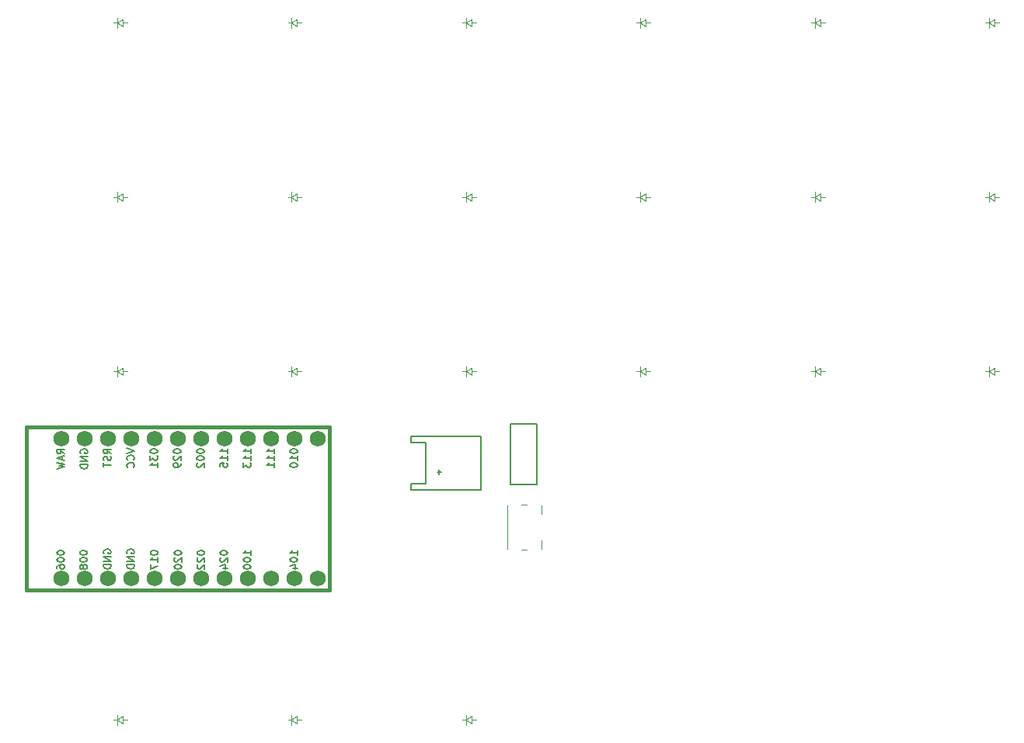
<source format=gbr>
%TF.GenerationSoftware,KiCad,Pcbnew,9.0.4*%
%TF.CreationDate,2025-09-30T09:08:11+02:00*%
%TF.ProjectId,right,72696768-742e-46b6-9963-61645f706362,v1.0.0*%
%TF.SameCoordinates,Original*%
%TF.FileFunction,Legend,Bot*%
%TF.FilePolarity,Positive*%
%FSLAX46Y46*%
G04 Gerber Fmt 4.6, Leading zero omitted, Abs format (unit mm)*
G04 Created by KiCad (PCBNEW 9.0.4) date 2025-09-30 09:08:11*
%MOMM*%
%LPD*%
G01*
G04 APERTURE LIST*
%ADD10C,0.150000*%
%ADD11C,0.100000*%
%ADD12C,0.381000*%
%ADD13C,0.120000*%
%ADD14C,1.752600*%
G04 APERTURE END LIST*
D10*
X95892295Y-125973904D02*
X95511342Y-125707237D01*
X95892295Y-125516761D02*
X95092295Y-125516761D01*
X95092295Y-125516761D02*
X95092295Y-125821523D01*
X95092295Y-125821523D02*
X95130390Y-125897713D01*
X95130390Y-125897713D02*
X95168485Y-125935808D01*
X95168485Y-125935808D02*
X95244676Y-125973904D01*
X95244676Y-125973904D02*
X95358961Y-125973904D01*
X95358961Y-125973904D02*
X95435152Y-125935808D01*
X95435152Y-125935808D02*
X95473247Y-125897713D01*
X95473247Y-125897713D02*
X95511342Y-125821523D01*
X95511342Y-125821523D02*
X95511342Y-125516761D01*
X95663723Y-126278665D02*
X95663723Y-126659618D01*
X95892295Y-126202475D02*
X95092295Y-126469142D01*
X95092295Y-126469142D02*
X95892295Y-126735808D01*
X95092295Y-126926284D02*
X95892295Y-127116760D01*
X95892295Y-127116760D02*
X95320866Y-127269141D01*
X95320866Y-127269141D02*
X95892295Y-127421522D01*
X95892295Y-127421522D02*
X95092295Y-127611999D01*
X97670390Y-125935809D02*
X97632295Y-125859619D01*
X97632295Y-125859619D02*
X97632295Y-125745333D01*
X97632295Y-125745333D02*
X97670390Y-125631047D01*
X97670390Y-125631047D02*
X97746580Y-125554857D01*
X97746580Y-125554857D02*
X97822771Y-125516762D01*
X97822771Y-125516762D02*
X97975152Y-125478666D01*
X97975152Y-125478666D02*
X98089438Y-125478666D01*
X98089438Y-125478666D02*
X98241819Y-125516762D01*
X98241819Y-125516762D02*
X98318009Y-125554857D01*
X98318009Y-125554857D02*
X98394200Y-125631047D01*
X98394200Y-125631047D02*
X98432295Y-125745333D01*
X98432295Y-125745333D02*
X98432295Y-125821524D01*
X98432295Y-125821524D02*
X98394200Y-125935809D01*
X98394200Y-125935809D02*
X98356104Y-125973905D01*
X98356104Y-125973905D02*
X98089438Y-125973905D01*
X98089438Y-125973905D02*
X98089438Y-125821524D01*
X98432295Y-126316762D02*
X97632295Y-126316762D01*
X97632295Y-126316762D02*
X98432295Y-126773905D01*
X98432295Y-126773905D02*
X97632295Y-126773905D01*
X98432295Y-127154857D02*
X97632295Y-127154857D01*
X97632295Y-127154857D02*
X97632295Y-127345333D01*
X97632295Y-127345333D02*
X97670390Y-127459619D01*
X97670390Y-127459619D02*
X97746580Y-127535809D01*
X97746580Y-127535809D02*
X97822771Y-127573904D01*
X97822771Y-127573904D02*
X97975152Y-127612000D01*
X97975152Y-127612000D02*
X98089438Y-127612000D01*
X98089438Y-127612000D02*
X98241819Y-127573904D01*
X98241819Y-127573904D02*
X98318009Y-127535809D01*
X98318009Y-127535809D02*
X98394200Y-127459619D01*
X98394200Y-127459619D02*
X98432295Y-127345333D01*
X98432295Y-127345333D02*
X98432295Y-127154857D01*
X100972295Y-125973905D02*
X100591342Y-125707238D01*
X100972295Y-125516762D02*
X100172295Y-125516762D01*
X100172295Y-125516762D02*
X100172295Y-125821524D01*
X100172295Y-125821524D02*
X100210390Y-125897714D01*
X100210390Y-125897714D02*
X100248485Y-125935809D01*
X100248485Y-125935809D02*
X100324676Y-125973905D01*
X100324676Y-125973905D02*
X100438961Y-125973905D01*
X100438961Y-125973905D02*
X100515152Y-125935809D01*
X100515152Y-125935809D02*
X100553247Y-125897714D01*
X100553247Y-125897714D02*
X100591342Y-125821524D01*
X100591342Y-125821524D02*
X100591342Y-125516762D01*
X100934200Y-126278666D02*
X100972295Y-126392952D01*
X100972295Y-126392952D02*
X100972295Y-126583428D01*
X100972295Y-126583428D02*
X100934200Y-126659619D01*
X100934200Y-126659619D02*
X100896104Y-126697714D01*
X100896104Y-126697714D02*
X100819914Y-126735809D01*
X100819914Y-126735809D02*
X100743723Y-126735809D01*
X100743723Y-126735809D02*
X100667533Y-126697714D01*
X100667533Y-126697714D02*
X100629438Y-126659619D01*
X100629438Y-126659619D02*
X100591342Y-126583428D01*
X100591342Y-126583428D02*
X100553247Y-126431047D01*
X100553247Y-126431047D02*
X100515152Y-126354857D01*
X100515152Y-126354857D02*
X100477057Y-126316762D01*
X100477057Y-126316762D02*
X100400866Y-126278666D01*
X100400866Y-126278666D02*
X100324676Y-126278666D01*
X100324676Y-126278666D02*
X100248485Y-126316762D01*
X100248485Y-126316762D02*
X100210390Y-126354857D01*
X100210390Y-126354857D02*
X100172295Y-126431047D01*
X100172295Y-126431047D02*
X100172295Y-126621524D01*
X100172295Y-126621524D02*
X100210390Y-126735809D01*
X100172295Y-126964381D02*
X100172295Y-127421524D01*
X100972295Y-127192952D02*
X100172295Y-127192952D01*
X102712295Y-125396142D02*
X103512295Y-125662809D01*
X103512295Y-125662809D02*
X102712295Y-125929475D01*
X103436104Y-126653285D02*
X103474200Y-126615189D01*
X103474200Y-126615189D02*
X103512295Y-126500904D01*
X103512295Y-126500904D02*
X103512295Y-126424713D01*
X103512295Y-126424713D02*
X103474200Y-126310427D01*
X103474200Y-126310427D02*
X103398009Y-126234237D01*
X103398009Y-126234237D02*
X103321819Y-126196142D01*
X103321819Y-126196142D02*
X103169438Y-126158046D01*
X103169438Y-126158046D02*
X103055152Y-126158046D01*
X103055152Y-126158046D02*
X102902771Y-126196142D01*
X102902771Y-126196142D02*
X102826580Y-126234237D01*
X102826580Y-126234237D02*
X102750390Y-126310427D01*
X102750390Y-126310427D02*
X102712295Y-126424713D01*
X102712295Y-126424713D02*
X102712295Y-126500904D01*
X102712295Y-126500904D02*
X102750390Y-126615189D01*
X102750390Y-126615189D02*
X102788485Y-126653285D01*
X103436104Y-127453285D02*
X103474200Y-127415189D01*
X103474200Y-127415189D02*
X103512295Y-127300904D01*
X103512295Y-127300904D02*
X103512295Y-127224713D01*
X103512295Y-127224713D02*
X103474200Y-127110427D01*
X103474200Y-127110427D02*
X103398009Y-127034237D01*
X103398009Y-127034237D02*
X103321819Y-126996142D01*
X103321819Y-126996142D02*
X103169438Y-126958046D01*
X103169438Y-126958046D02*
X103055152Y-126958046D01*
X103055152Y-126958046D02*
X102902771Y-126996142D01*
X102902771Y-126996142D02*
X102826580Y-127034237D01*
X102826580Y-127034237D02*
X102750390Y-127110427D01*
X102750390Y-127110427D02*
X102712295Y-127224713D01*
X102712295Y-127224713D02*
X102712295Y-127300904D01*
X102712295Y-127300904D02*
X102750390Y-127415189D01*
X102750390Y-127415189D02*
X102788485Y-127453285D01*
X105252295Y-125662809D02*
X105252295Y-125738999D01*
X105252295Y-125738999D02*
X105290390Y-125815190D01*
X105290390Y-125815190D02*
X105328485Y-125853285D01*
X105328485Y-125853285D02*
X105404676Y-125891380D01*
X105404676Y-125891380D02*
X105557057Y-125929475D01*
X105557057Y-125929475D02*
X105747533Y-125929475D01*
X105747533Y-125929475D02*
X105899914Y-125891380D01*
X105899914Y-125891380D02*
X105976104Y-125853285D01*
X105976104Y-125853285D02*
X106014200Y-125815190D01*
X106014200Y-125815190D02*
X106052295Y-125738999D01*
X106052295Y-125738999D02*
X106052295Y-125662809D01*
X106052295Y-125662809D02*
X106014200Y-125586618D01*
X106014200Y-125586618D02*
X105976104Y-125548523D01*
X105976104Y-125548523D02*
X105899914Y-125510428D01*
X105899914Y-125510428D02*
X105747533Y-125472332D01*
X105747533Y-125472332D02*
X105557057Y-125472332D01*
X105557057Y-125472332D02*
X105404676Y-125510428D01*
X105404676Y-125510428D02*
X105328485Y-125548523D01*
X105328485Y-125548523D02*
X105290390Y-125586618D01*
X105290390Y-125586618D02*
X105252295Y-125662809D01*
X105252295Y-126196142D02*
X105252295Y-126691380D01*
X105252295Y-126691380D02*
X105557057Y-126424714D01*
X105557057Y-126424714D02*
X105557057Y-126538999D01*
X105557057Y-126538999D02*
X105595152Y-126615190D01*
X105595152Y-126615190D02*
X105633247Y-126653285D01*
X105633247Y-126653285D02*
X105709438Y-126691380D01*
X105709438Y-126691380D02*
X105899914Y-126691380D01*
X105899914Y-126691380D02*
X105976104Y-126653285D01*
X105976104Y-126653285D02*
X106014200Y-126615190D01*
X106014200Y-126615190D02*
X106052295Y-126538999D01*
X106052295Y-126538999D02*
X106052295Y-126310428D01*
X106052295Y-126310428D02*
X106014200Y-126234237D01*
X106014200Y-126234237D02*
X105976104Y-126196142D01*
X106052295Y-127453285D02*
X106052295Y-126996142D01*
X106052295Y-127224714D02*
X105252295Y-127224714D01*
X105252295Y-127224714D02*
X105366580Y-127148523D01*
X105366580Y-127148523D02*
X105442771Y-127072333D01*
X105442771Y-127072333D02*
X105480866Y-126996142D01*
X107792295Y-125662809D02*
X107792295Y-125738999D01*
X107792295Y-125738999D02*
X107830390Y-125815190D01*
X107830390Y-125815190D02*
X107868485Y-125853285D01*
X107868485Y-125853285D02*
X107944676Y-125891380D01*
X107944676Y-125891380D02*
X108097057Y-125929475D01*
X108097057Y-125929475D02*
X108287533Y-125929475D01*
X108287533Y-125929475D02*
X108439914Y-125891380D01*
X108439914Y-125891380D02*
X108516104Y-125853285D01*
X108516104Y-125853285D02*
X108554200Y-125815190D01*
X108554200Y-125815190D02*
X108592295Y-125738999D01*
X108592295Y-125738999D02*
X108592295Y-125662809D01*
X108592295Y-125662809D02*
X108554200Y-125586618D01*
X108554200Y-125586618D02*
X108516104Y-125548523D01*
X108516104Y-125548523D02*
X108439914Y-125510428D01*
X108439914Y-125510428D02*
X108287533Y-125472332D01*
X108287533Y-125472332D02*
X108097057Y-125472332D01*
X108097057Y-125472332D02*
X107944676Y-125510428D01*
X107944676Y-125510428D02*
X107868485Y-125548523D01*
X107868485Y-125548523D02*
X107830390Y-125586618D01*
X107830390Y-125586618D02*
X107792295Y-125662809D01*
X107868485Y-126234237D02*
X107830390Y-126272333D01*
X107830390Y-126272333D02*
X107792295Y-126348523D01*
X107792295Y-126348523D02*
X107792295Y-126538999D01*
X107792295Y-126538999D02*
X107830390Y-126615190D01*
X107830390Y-126615190D02*
X107868485Y-126653285D01*
X107868485Y-126653285D02*
X107944676Y-126691380D01*
X107944676Y-126691380D02*
X108020866Y-126691380D01*
X108020866Y-126691380D02*
X108135152Y-126653285D01*
X108135152Y-126653285D02*
X108592295Y-126196142D01*
X108592295Y-126196142D02*
X108592295Y-126691380D01*
X108592295Y-127072333D02*
X108592295Y-127224714D01*
X108592295Y-127224714D02*
X108554200Y-127300904D01*
X108554200Y-127300904D02*
X108516104Y-127339000D01*
X108516104Y-127339000D02*
X108401819Y-127415190D01*
X108401819Y-127415190D02*
X108249438Y-127453285D01*
X108249438Y-127453285D02*
X107944676Y-127453285D01*
X107944676Y-127453285D02*
X107868485Y-127415190D01*
X107868485Y-127415190D02*
X107830390Y-127377095D01*
X107830390Y-127377095D02*
X107792295Y-127300904D01*
X107792295Y-127300904D02*
X107792295Y-127148523D01*
X107792295Y-127148523D02*
X107830390Y-127072333D01*
X107830390Y-127072333D02*
X107868485Y-127034238D01*
X107868485Y-127034238D02*
X107944676Y-126996142D01*
X107944676Y-126996142D02*
X108135152Y-126996142D01*
X108135152Y-126996142D02*
X108211342Y-127034238D01*
X108211342Y-127034238D02*
X108249438Y-127072333D01*
X108249438Y-127072333D02*
X108287533Y-127148523D01*
X108287533Y-127148523D02*
X108287533Y-127300904D01*
X108287533Y-127300904D02*
X108249438Y-127377095D01*
X108249438Y-127377095D02*
X108211342Y-127415190D01*
X108211342Y-127415190D02*
X108135152Y-127453285D01*
X110332295Y-125662809D02*
X110332295Y-125738999D01*
X110332295Y-125738999D02*
X110370390Y-125815190D01*
X110370390Y-125815190D02*
X110408485Y-125853285D01*
X110408485Y-125853285D02*
X110484676Y-125891380D01*
X110484676Y-125891380D02*
X110637057Y-125929475D01*
X110637057Y-125929475D02*
X110827533Y-125929475D01*
X110827533Y-125929475D02*
X110979914Y-125891380D01*
X110979914Y-125891380D02*
X111056104Y-125853285D01*
X111056104Y-125853285D02*
X111094200Y-125815190D01*
X111094200Y-125815190D02*
X111132295Y-125738999D01*
X111132295Y-125738999D02*
X111132295Y-125662809D01*
X111132295Y-125662809D02*
X111094200Y-125586618D01*
X111094200Y-125586618D02*
X111056104Y-125548523D01*
X111056104Y-125548523D02*
X110979914Y-125510428D01*
X110979914Y-125510428D02*
X110827533Y-125472332D01*
X110827533Y-125472332D02*
X110637057Y-125472332D01*
X110637057Y-125472332D02*
X110484676Y-125510428D01*
X110484676Y-125510428D02*
X110408485Y-125548523D01*
X110408485Y-125548523D02*
X110370390Y-125586618D01*
X110370390Y-125586618D02*
X110332295Y-125662809D01*
X110332295Y-126424714D02*
X110332295Y-126500904D01*
X110332295Y-126500904D02*
X110370390Y-126577095D01*
X110370390Y-126577095D02*
X110408485Y-126615190D01*
X110408485Y-126615190D02*
X110484676Y-126653285D01*
X110484676Y-126653285D02*
X110637057Y-126691380D01*
X110637057Y-126691380D02*
X110827533Y-126691380D01*
X110827533Y-126691380D02*
X110979914Y-126653285D01*
X110979914Y-126653285D02*
X111056104Y-126615190D01*
X111056104Y-126615190D02*
X111094200Y-126577095D01*
X111094200Y-126577095D02*
X111132295Y-126500904D01*
X111132295Y-126500904D02*
X111132295Y-126424714D01*
X111132295Y-126424714D02*
X111094200Y-126348523D01*
X111094200Y-126348523D02*
X111056104Y-126310428D01*
X111056104Y-126310428D02*
X110979914Y-126272333D01*
X110979914Y-126272333D02*
X110827533Y-126234237D01*
X110827533Y-126234237D02*
X110637057Y-126234237D01*
X110637057Y-126234237D02*
X110484676Y-126272333D01*
X110484676Y-126272333D02*
X110408485Y-126310428D01*
X110408485Y-126310428D02*
X110370390Y-126348523D01*
X110370390Y-126348523D02*
X110332295Y-126424714D01*
X110408485Y-126996142D02*
X110370390Y-127034238D01*
X110370390Y-127034238D02*
X110332295Y-127110428D01*
X110332295Y-127110428D02*
X110332295Y-127300904D01*
X110332295Y-127300904D02*
X110370390Y-127377095D01*
X110370390Y-127377095D02*
X110408485Y-127415190D01*
X110408485Y-127415190D02*
X110484676Y-127453285D01*
X110484676Y-127453285D02*
X110560866Y-127453285D01*
X110560866Y-127453285D02*
X110675152Y-127415190D01*
X110675152Y-127415190D02*
X111132295Y-126958047D01*
X111132295Y-126958047D02*
X111132295Y-127453285D01*
X113672295Y-125929475D02*
X113672295Y-125472332D01*
X113672295Y-125700904D02*
X112872295Y-125700904D01*
X112872295Y-125700904D02*
X112986580Y-125624713D01*
X112986580Y-125624713D02*
X113062771Y-125548523D01*
X113062771Y-125548523D02*
X113100866Y-125472332D01*
X113672295Y-126691380D02*
X113672295Y-126234237D01*
X113672295Y-126462809D02*
X112872295Y-126462809D01*
X112872295Y-126462809D02*
X112986580Y-126386618D01*
X112986580Y-126386618D02*
X113062771Y-126310428D01*
X113062771Y-126310428D02*
X113100866Y-126234237D01*
X112872295Y-127415190D02*
X112872295Y-127034238D01*
X112872295Y-127034238D02*
X113253247Y-126996142D01*
X113253247Y-126996142D02*
X113215152Y-127034238D01*
X113215152Y-127034238D02*
X113177057Y-127110428D01*
X113177057Y-127110428D02*
X113177057Y-127300904D01*
X113177057Y-127300904D02*
X113215152Y-127377095D01*
X113215152Y-127377095D02*
X113253247Y-127415190D01*
X113253247Y-127415190D02*
X113329438Y-127453285D01*
X113329438Y-127453285D02*
X113519914Y-127453285D01*
X113519914Y-127453285D02*
X113596104Y-127415190D01*
X113596104Y-127415190D02*
X113634200Y-127377095D01*
X113634200Y-127377095D02*
X113672295Y-127300904D01*
X113672295Y-127300904D02*
X113672295Y-127110428D01*
X113672295Y-127110428D02*
X113634200Y-127034238D01*
X113634200Y-127034238D02*
X113596104Y-126996142D01*
X116212295Y-125929475D02*
X116212295Y-125472332D01*
X116212295Y-125700904D02*
X115412295Y-125700904D01*
X115412295Y-125700904D02*
X115526580Y-125624713D01*
X115526580Y-125624713D02*
X115602771Y-125548523D01*
X115602771Y-125548523D02*
X115640866Y-125472332D01*
X116212295Y-126691380D02*
X116212295Y-126234237D01*
X116212295Y-126462809D02*
X115412295Y-126462809D01*
X115412295Y-126462809D02*
X115526580Y-126386618D01*
X115526580Y-126386618D02*
X115602771Y-126310428D01*
X115602771Y-126310428D02*
X115640866Y-126234237D01*
X115412295Y-126958047D02*
X115412295Y-127453285D01*
X115412295Y-127453285D02*
X115717057Y-127186619D01*
X115717057Y-127186619D02*
X115717057Y-127300904D01*
X115717057Y-127300904D02*
X115755152Y-127377095D01*
X115755152Y-127377095D02*
X115793247Y-127415190D01*
X115793247Y-127415190D02*
X115869438Y-127453285D01*
X115869438Y-127453285D02*
X116059914Y-127453285D01*
X116059914Y-127453285D02*
X116136104Y-127415190D01*
X116136104Y-127415190D02*
X116174200Y-127377095D01*
X116174200Y-127377095D02*
X116212295Y-127300904D01*
X116212295Y-127300904D02*
X116212295Y-127072333D01*
X116212295Y-127072333D02*
X116174200Y-126996142D01*
X116174200Y-126996142D02*
X116136104Y-126958047D01*
X118752295Y-125929475D02*
X118752295Y-125472332D01*
X118752295Y-125700904D02*
X117952295Y-125700904D01*
X117952295Y-125700904D02*
X118066580Y-125624713D01*
X118066580Y-125624713D02*
X118142771Y-125548523D01*
X118142771Y-125548523D02*
X118180866Y-125472332D01*
X118752295Y-126691380D02*
X118752295Y-126234237D01*
X118752295Y-126462809D02*
X117952295Y-126462809D01*
X117952295Y-126462809D02*
X118066580Y-126386618D01*
X118066580Y-126386618D02*
X118142771Y-126310428D01*
X118142771Y-126310428D02*
X118180866Y-126234237D01*
X118752295Y-127453285D02*
X118752295Y-126996142D01*
X118752295Y-127224714D02*
X117952295Y-127224714D01*
X117952295Y-127224714D02*
X118066580Y-127148523D01*
X118066580Y-127148523D02*
X118142771Y-127072333D01*
X118142771Y-127072333D02*
X118180866Y-126996142D01*
X120492295Y-125662809D02*
X120492295Y-125738999D01*
X120492295Y-125738999D02*
X120530390Y-125815190D01*
X120530390Y-125815190D02*
X120568485Y-125853285D01*
X120568485Y-125853285D02*
X120644676Y-125891380D01*
X120644676Y-125891380D02*
X120797057Y-125929475D01*
X120797057Y-125929475D02*
X120987533Y-125929475D01*
X120987533Y-125929475D02*
X121139914Y-125891380D01*
X121139914Y-125891380D02*
X121216104Y-125853285D01*
X121216104Y-125853285D02*
X121254200Y-125815190D01*
X121254200Y-125815190D02*
X121292295Y-125738999D01*
X121292295Y-125738999D02*
X121292295Y-125662809D01*
X121292295Y-125662809D02*
X121254200Y-125586618D01*
X121254200Y-125586618D02*
X121216104Y-125548523D01*
X121216104Y-125548523D02*
X121139914Y-125510428D01*
X121139914Y-125510428D02*
X120987533Y-125472332D01*
X120987533Y-125472332D02*
X120797057Y-125472332D01*
X120797057Y-125472332D02*
X120644676Y-125510428D01*
X120644676Y-125510428D02*
X120568485Y-125548523D01*
X120568485Y-125548523D02*
X120530390Y-125586618D01*
X120530390Y-125586618D02*
X120492295Y-125662809D01*
X121292295Y-126691380D02*
X121292295Y-126234237D01*
X121292295Y-126462809D02*
X120492295Y-126462809D01*
X120492295Y-126462809D02*
X120606580Y-126386618D01*
X120606580Y-126386618D02*
X120682771Y-126310428D01*
X120682771Y-126310428D02*
X120720866Y-126234237D01*
X120492295Y-127186619D02*
X120492295Y-127262809D01*
X120492295Y-127262809D02*
X120530390Y-127339000D01*
X120530390Y-127339000D02*
X120568485Y-127377095D01*
X120568485Y-127377095D02*
X120644676Y-127415190D01*
X120644676Y-127415190D02*
X120797057Y-127453285D01*
X120797057Y-127453285D02*
X120987533Y-127453285D01*
X120987533Y-127453285D02*
X121139914Y-127415190D01*
X121139914Y-127415190D02*
X121216104Y-127377095D01*
X121216104Y-127377095D02*
X121254200Y-127339000D01*
X121254200Y-127339000D02*
X121292295Y-127262809D01*
X121292295Y-127262809D02*
X121292295Y-127186619D01*
X121292295Y-127186619D02*
X121254200Y-127110428D01*
X121254200Y-127110428D02*
X121216104Y-127072333D01*
X121216104Y-127072333D02*
X121139914Y-127034238D01*
X121139914Y-127034238D02*
X120987533Y-126996142D01*
X120987533Y-126996142D02*
X120797057Y-126996142D01*
X120797057Y-126996142D02*
X120644676Y-127034238D01*
X120644676Y-127034238D02*
X120568485Y-127072333D01*
X120568485Y-127072333D02*
X120530390Y-127110428D01*
X120530390Y-127110428D02*
X120492295Y-127186619D01*
X95092295Y-136737190D02*
X95092295Y-136813380D01*
X95092295Y-136813380D02*
X95130390Y-136889571D01*
X95130390Y-136889571D02*
X95168485Y-136927666D01*
X95168485Y-136927666D02*
X95244676Y-136965761D01*
X95244676Y-136965761D02*
X95397057Y-137003856D01*
X95397057Y-137003856D02*
X95587533Y-137003856D01*
X95587533Y-137003856D02*
X95739914Y-136965761D01*
X95739914Y-136965761D02*
X95816104Y-136927666D01*
X95816104Y-136927666D02*
X95854200Y-136889571D01*
X95854200Y-136889571D02*
X95892295Y-136813380D01*
X95892295Y-136813380D02*
X95892295Y-136737190D01*
X95892295Y-136737190D02*
X95854200Y-136660999D01*
X95854200Y-136660999D02*
X95816104Y-136622904D01*
X95816104Y-136622904D02*
X95739914Y-136584809D01*
X95739914Y-136584809D02*
X95587533Y-136546713D01*
X95587533Y-136546713D02*
X95397057Y-136546713D01*
X95397057Y-136546713D02*
X95244676Y-136584809D01*
X95244676Y-136584809D02*
X95168485Y-136622904D01*
X95168485Y-136622904D02*
X95130390Y-136660999D01*
X95130390Y-136660999D02*
X95092295Y-136737190D01*
X95092295Y-137499095D02*
X95092295Y-137575285D01*
X95092295Y-137575285D02*
X95130390Y-137651476D01*
X95130390Y-137651476D02*
X95168485Y-137689571D01*
X95168485Y-137689571D02*
X95244676Y-137727666D01*
X95244676Y-137727666D02*
X95397057Y-137765761D01*
X95397057Y-137765761D02*
X95587533Y-137765761D01*
X95587533Y-137765761D02*
X95739914Y-137727666D01*
X95739914Y-137727666D02*
X95816104Y-137689571D01*
X95816104Y-137689571D02*
X95854200Y-137651476D01*
X95854200Y-137651476D02*
X95892295Y-137575285D01*
X95892295Y-137575285D02*
X95892295Y-137499095D01*
X95892295Y-137499095D02*
X95854200Y-137422904D01*
X95854200Y-137422904D02*
X95816104Y-137384809D01*
X95816104Y-137384809D02*
X95739914Y-137346714D01*
X95739914Y-137346714D02*
X95587533Y-137308618D01*
X95587533Y-137308618D02*
X95397057Y-137308618D01*
X95397057Y-137308618D02*
X95244676Y-137346714D01*
X95244676Y-137346714D02*
X95168485Y-137384809D01*
X95168485Y-137384809D02*
X95130390Y-137422904D01*
X95130390Y-137422904D02*
X95092295Y-137499095D01*
X95092295Y-138451476D02*
X95092295Y-138299095D01*
X95092295Y-138299095D02*
X95130390Y-138222904D01*
X95130390Y-138222904D02*
X95168485Y-138184809D01*
X95168485Y-138184809D02*
X95282771Y-138108619D01*
X95282771Y-138108619D02*
X95435152Y-138070523D01*
X95435152Y-138070523D02*
X95739914Y-138070523D01*
X95739914Y-138070523D02*
X95816104Y-138108619D01*
X95816104Y-138108619D02*
X95854200Y-138146714D01*
X95854200Y-138146714D02*
X95892295Y-138222904D01*
X95892295Y-138222904D02*
X95892295Y-138375285D01*
X95892295Y-138375285D02*
X95854200Y-138451476D01*
X95854200Y-138451476D02*
X95816104Y-138489571D01*
X95816104Y-138489571D02*
X95739914Y-138527666D01*
X95739914Y-138527666D02*
X95549438Y-138527666D01*
X95549438Y-138527666D02*
X95473247Y-138489571D01*
X95473247Y-138489571D02*
X95435152Y-138451476D01*
X95435152Y-138451476D02*
X95397057Y-138375285D01*
X95397057Y-138375285D02*
X95397057Y-138222904D01*
X95397057Y-138222904D02*
X95435152Y-138146714D01*
X95435152Y-138146714D02*
X95473247Y-138108619D01*
X95473247Y-138108619D02*
X95549438Y-138070523D01*
X97562295Y-136737190D02*
X97562295Y-136813380D01*
X97562295Y-136813380D02*
X97600390Y-136889571D01*
X97600390Y-136889571D02*
X97638485Y-136927666D01*
X97638485Y-136927666D02*
X97714676Y-136965761D01*
X97714676Y-136965761D02*
X97867057Y-137003856D01*
X97867057Y-137003856D02*
X98057533Y-137003856D01*
X98057533Y-137003856D02*
X98209914Y-136965761D01*
X98209914Y-136965761D02*
X98286104Y-136927666D01*
X98286104Y-136927666D02*
X98324200Y-136889571D01*
X98324200Y-136889571D02*
X98362295Y-136813380D01*
X98362295Y-136813380D02*
X98362295Y-136737190D01*
X98362295Y-136737190D02*
X98324200Y-136660999D01*
X98324200Y-136660999D02*
X98286104Y-136622904D01*
X98286104Y-136622904D02*
X98209914Y-136584809D01*
X98209914Y-136584809D02*
X98057533Y-136546713D01*
X98057533Y-136546713D02*
X97867057Y-136546713D01*
X97867057Y-136546713D02*
X97714676Y-136584809D01*
X97714676Y-136584809D02*
X97638485Y-136622904D01*
X97638485Y-136622904D02*
X97600390Y-136660999D01*
X97600390Y-136660999D02*
X97562295Y-136737190D01*
X97562295Y-137499095D02*
X97562295Y-137575285D01*
X97562295Y-137575285D02*
X97600390Y-137651476D01*
X97600390Y-137651476D02*
X97638485Y-137689571D01*
X97638485Y-137689571D02*
X97714676Y-137727666D01*
X97714676Y-137727666D02*
X97867057Y-137765761D01*
X97867057Y-137765761D02*
X98057533Y-137765761D01*
X98057533Y-137765761D02*
X98209914Y-137727666D01*
X98209914Y-137727666D02*
X98286104Y-137689571D01*
X98286104Y-137689571D02*
X98324200Y-137651476D01*
X98324200Y-137651476D02*
X98362295Y-137575285D01*
X98362295Y-137575285D02*
X98362295Y-137499095D01*
X98362295Y-137499095D02*
X98324200Y-137422904D01*
X98324200Y-137422904D02*
X98286104Y-137384809D01*
X98286104Y-137384809D02*
X98209914Y-137346714D01*
X98209914Y-137346714D02*
X98057533Y-137308618D01*
X98057533Y-137308618D02*
X97867057Y-137308618D01*
X97867057Y-137308618D02*
X97714676Y-137346714D01*
X97714676Y-137346714D02*
X97638485Y-137384809D01*
X97638485Y-137384809D02*
X97600390Y-137422904D01*
X97600390Y-137422904D02*
X97562295Y-137499095D01*
X97905152Y-138222904D02*
X97867057Y-138146714D01*
X97867057Y-138146714D02*
X97828961Y-138108619D01*
X97828961Y-138108619D02*
X97752771Y-138070523D01*
X97752771Y-138070523D02*
X97714676Y-138070523D01*
X97714676Y-138070523D02*
X97638485Y-138108619D01*
X97638485Y-138108619D02*
X97600390Y-138146714D01*
X97600390Y-138146714D02*
X97562295Y-138222904D01*
X97562295Y-138222904D02*
X97562295Y-138375285D01*
X97562295Y-138375285D02*
X97600390Y-138451476D01*
X97600390Y-138451476D02*
X97638485Y-138489571D01*
X97638485Y-138489571D02*
X97714676Y-138527666D01*
X97714676Y-138527666D02*
X97752771Y-138527666D01*
X97752771Y-138527666D02*
X97828961Y-138489571D01*
X97828961Y-138489571D02*
X97867057Y-138451476D01*
X97867057Y-138451476D02*
X97905152Y-138375285D01*
X97905152Y-138375285D02*
X97905152Y-138222904D01*
X97905152Y-138222904D02*
X97943247Y-138146714D01*
X97943247Y-138146714D02*
X97981342Y-138108619D01*
X97981342Y-138108619D02*
X98057533Y-138070523D01*
X98057533Y-138070523D02*
X98209914Y-138070523D01*
X98209914Y-138070523D02*
X98286104Y-138108619D01*
X98286104Y-138108619D02*
X98324200Y-138146714D01*
X98324200Y-138146714D02*
X98362295Y-138222904D01*
X98362295Y-138222904D02*
X98362295Y-138375285D01*
X98362295Y-138375285D02*
X98324200Y-138451476D01*
X98324200Y-138451476D02*
X98286104Y-138489571D01*
X98286104Y-138489571D02*
X98209914Y-138527666D01*
X98209914Y-138527666D02*
X98057533Y-138527666D01*
X98057533Y-138527666D02*
X97981342Y-138489571D01*
X97981342Y-138489571D02*
X97943247Y-138451476D01*
X97943247Y-138451476D02*
X97905152Y-138375285D01*
X100210390Y-136851476D02*
X100172295Y-136775286D01*
X100172295Y-136775286D02*
X100172295Y-136661000D01*
X100172295Y-136661000D02*
X100210390Y-136546714D01*
X100210390Y-136546714D02*
X100286580Y-136470524D01*
X100286580Y-136470524D02*
X100362771Y-136432429D01*
X100362771Y-136432429D02*
X100515152Y-136394333D01*
X100515152Y-136394333D02*
X100629438Y-136394333D01*
X100629438Y-136394333D02*
X100781819Y-136432429D01*
X100781819Y-136432429D02*
X100858009Y-136470524D01*
X100858009Y-136470524D02*
X100934200Y-136546714D01*
X100934200Y-136546714D02*
X100972295Y-136661000D01*
X100972295Y-136661000D02*
X100972295Y-136737191D01*
X100972295Y-136737191D02*
X100934200Y-136851476D01*
X100934200Y-136851476D02*
X100896104Y-136889572D01*
X100896104Y-136889572D02*
X100629438Y-136889572D01*
X100629438Y-136889572D02*
X100629438Y-136737191D01*
X100972295Y-137232429D02*
X100172295Y-137232429D01*
X100172295Y-137232429D02*
X100972295Y-137689572D01*
X100972295Y-137689572D02*
X100172295Y-137689572D01*
X100972295Y-138070524D02*
X100172295Y-138070524D01*
X100172295Y-138070524D02*
X100172295Y-138261000D01*
X100172295Y-138261000D02*
X100210390Y-138375286D01*
X100210390Y-138375286D02*
X100286580Y-138451476D01*
X100286580Y-138451476D02*
X100362771Y-138489571D01*
X100362771Y-138489571D02*
X100515152Y-138527667D01*
X100515152Y-138527667D02*
X100629438Y-138527667D01*
X100629438Y-138527667D02*
X100781819Y-138489571D01*
X100781819Y-138489571D02*
X100858009Y-138451476D01*
X100858009Y-138451476D02*
X100934200Y-138375286D01*
X100934200Y-138375286D02*
X100972295Y-138261000D01*
X100972295Y-138261000D02*
X100972295Y-138070524D01*
X102750390Y-136851476D02*
X102712295Y-136775286D01*
X102712295Y-136775286D02*
X102712295Y-136661000D01*
X102712295Y-136661000D02*
X102750390Y-136546714D01*
X102750390Y-136546714D02*
X102826580Y-136470524D01*
X102826580Y-136470524D02*
X102902771Y-136432429D01*
X102902771Y-136432429D02*
X103055152Y-136394333D01*
X103055152Y-136394333D02*
X103169438Y-136394333D01*
X103169438Y-136394333D02*
X103321819Y-136432429D01*
X103321819Y-136432429D02*
X103398009Y-136470524D01*
X103398009Y-136470524D02*
X103474200Y-136546714D01*
X103474200Y-136546714D02*
X103512295Y-136661000D01*
X103512295Y-136661000D02*
X103512295Y-136737191D01*
X103512295Y-136737191D02*
X103474200Y-136851476D01*
X103474200Y-136851476D02*
X103436104Y-136889572D01*
X103436104Y-136889572D02*
X103169438Y-136889572D01*
X103169438Y-136889572D02*
X103169438Y-136737191D01*
X103512295Y-137232429D02*
X102712295Y-137232429D01*
X102712295Y-137232429D02*
X103512295Y-137689572D01*
X103512295Y-137689572D02*
X102712295Y-137689572D01*
X103512295Y-138070524D02*
X102712295Y-138070524D01*
X102712295Y-138070524D02*
X102712295Y-138261000D01*
X102712295Y-138261000D02*
X102750390Y-138375286D01*
X102750390Y-138375286D02*
X102826580Y-138451476D01*
X102826580Y-138451476D02*
X102902771Y-138489571D01*
X102902771Y-138489571D02*
X103055152Y-138527667D01*
X103055152Y-138527667D02*
X103169438Y-138527667D01*
X103169438Y-138527667D02*
X103321819Y-138489571D01*
X103321819Y-138489571D02*
X103398009Y-138451476D01*
X103398009Y-138451476D02*
X103474200Y-138375286D01*
X103474200Y-138375286D02*
X103512295Y-138261000D01*
X103512295Y-138261000D02*
X103512295Y-138070524D01*
X105262295Y-136737190D02*
X105262295Y-136813380D01*
X105262295Y-136813380D02*
X105300390Y-136889571D01*
X105300390Y-136889571D02*
X105338485Y-136927666D01*
X105338485Y-136927666D02*
X105414676Y-136965761D01*
X105414676Y-136965761D02*
X105567057Y-137003856D01*
X105567057Y-137003856D02*
X105757533Y-137003856D01*
X105757533Y-137003856D02*
X105909914Y-136965761D01*
X105909914Y-136965761D02*
X105986104Y-136927666D01*
X105986104Y-136927666D02*
X106024200Y-136889571D01*
X106024200Y-136889571D02*
X106062295Y-136813380D01*
X106062295Y-136813380D02*
X106062295Y-136737190D01*
X106062295Y-136737190D02*
X106024200Y-136660999D01*
X106024200Y-136660999D02*
X105986104Y-136622904D01*
X105986104Y-136622904D02*
X105909914Y-136584809D01*
X105909914Y-136584809D02*
X105757533Y-136546713D01*
X105757533Y-136546713D02*
X105567057Y-136546713D01*
X105567057Y-136546713D02*
X105414676Y-136584809D01*
X105414676Y-136584809D02*
X105338485Y-136622904D01*
X105338485Y-136622904D02*
X105300390Y-136660999D01*
X105300390Y-136660999D02*
X105262295Y-136737190D01*
X106062295Y-137765761D02*
X106062295Y-137308618D01*
X106062295Y-137537190D02*
X105262295Y-137537190D01*
X105262295Y-137537190D02*
X105376580Y-137460999D01*
X105376580Y-137460999D02*
X105452771Y-137384809D01*
X105452771Y-137384809D02*
X105490866Y-137308618D01*
X105262295Y-138032428D02*
X105262295Y-138565762D01*
X105262295Y-138565762D02*
X106062295Y-138222904D01*
X107862295Y-136737190D02*
X107862295Y-136813380D01*
X107862295Y-136813380D02*
X107900390Y-136889571D01*
X107900390Y-136889571D02*
X107938485Y-136927666D01*
X107938485Y-136927666D02*
X108014676Y-136965761D01*
X108014676Y-136965761D02*
X108167057Y-137003856D01*
X108167057Y-137003856D02*
X108357533Y-137003856D01*
X108357533Y-137003856D02*
X108509914Y-136965761D01*
X108509914Y-136965761D02*
X108586104Y-136927666D01*
X108586104Y-136927666D02*
X108624200Y-136889571D01*
X108624200Y-136889571D02*
X108662295Y-136813380D01*
X108662295Y-136813380D02*
X108662295Y-136737190D01*
X108662295Y-136737190D02*
X108624200Y-136660999D01*
X108624200Y-136660999D02*
X108586104Y-136622904D01*
X108586104Y-136622904D02*
X108509914Y-136584809D01*
X108509914Y-136584809D02*
X108357533Y-136546713D01*
X108357533Y-136546713D02*
X108167057Y-136546713D01*
X108167057Y-136546713D02*
X108014676Y-136584809D01*
X108014676Y-136584809D02*
X107938485Y-136622904D01*
X107938485Y-136622904D02*
X107900390Y-136660999D01*
X107900390Y-136660999D02*
X107862295Y-136737190D01*
X107938485Y-137308618D02*
X107900390Y-137346714D01*
X107900390Y-137346714D02*
X107862295Y-137422904D01*
X107862295Y-137422904D02*
X107862295Y-137613380D01*
X107862295Y-137613380D02*
X107900390Y-137689571D01*
X107900390Y-137689571D02*
X107938485Y-137727666D01*
X107938485Y-137727666D02*
X108014676Y-137765761D01*
X108014676Y-137765761D02*
X108090866Y-137765761D01*
X108090866Y-137765761D02*
X108205152Y-137727666D01*
X108205152Y-137727666D02*
X108662295Y-137270523D01*
X108662295Y-137270523D02*
X108662295Y-137765761D01*
X107862295Y-138261000D02*
X107862295Y-138337190D01*
X107862295Y-138337190D02*
X107900390Y-138413381D01*
X107900390Y-138413381D02*
X107938485Y-138451476D01*
X107938485Y-138451476D02*
X108014676Y-138489571D01*
X108014676Y-138489571D02*
X108167057Y-138527666D01*
X108167057Y-138527666D02*
X108357533Y-138527666D01*
X108357533Y-138527666D02*
X108509914Y-138489571D01*
X108509914Y-138489571D02*
X108586104Y-138451476D01*
X108586104Y-138451476D02*
X108624200Y-138413381D01*
X108624200Y-138413381D02*
X108662295Y-138337190D01*
X108662295Y-138337190D02*
X108662295Y-138261000D01*
X108662295Y-138261000D02*
X108624200Y-138184809D01*
X108624200Y-138184809D02*
X108586104Y-138146714D01*
X108586104Y-138146714D02*
X108509914Y-138108619D01*
X108509914Y-138108619D02*
X108357533Y-138070523D01*
X108357533Y-138070523D02*
X108167057Y-138070523D01*
X108167057Y-138070523D02*
X108014676Y-138108619D01*
X108014676Y-138108619D02*
X107938485Y-138146714D01*
X107938485Y-138146714D02*
X107900390Y-138184809D01*
X107900390Y-138184809D02*
X107862295Y-138261000D01*
X110362295Y-136737190D02*
X110362295Y-136813380D01*
X110362295Y-136813380D02*
X110400390Y-136889571D01*
X110400390Y-136889571D02*
X110438485Y-136927666D01*
X110438485Y-136927666D02*
X110514676Y-136965761D01*
X110514676Y-136965761D02*
X110667057Y-137003856D01*
X110667057Y-137003856D02*
X110857533Y-137003856D01*
X110857533Y-137003856D02*
X111009914Y-136965761D01*
X111009914Y-136965761D02*
X111086104Y-136927666D01*
X111086104Y-136927666D02*
X111124200Y-136889571D01*
X111124200Y-136889571D02*
X111162295Y-136813380D01*
X111162295Y-136813380D02*
X111162295Y-136737190D01*
X111162295Y-136737190D02*
X111124200Y-136660999D01*
X111124200Y-136660999D02*
X111086104Y-136622904D01*
X111086104Y-136622904D02*
X111009914Y-136584809D01*
X111009914Y-136584809D02*
X110857533Y-136546713D01*
X110857533Y-136546713D02*
X110667057Y-136546713D01*
X110667057Y-136546713D02*
X110514676Y-136584809D01*
X110514676Y-136584809D02*
X110438485Y-136622904D01*
X110438485Y-136622904D02*
X110400390Y-136660999D01*
X110400390Y-136660999D02*
X110362295Y-136737190D01*
X110438485Y-137308618D02*
X110400390Y-137346714D01*
X110400390Y-137346714D02*
X110362295Y-137422904D01*
X110362295Y-137422904D02*
X110362295Y-137613380D01*
X110362295Y-137613380D02*
X110400390Y-137689571D01*
X110400390Y-137689571D02*
X110438485Y-137727666D01*
X110438485Y-137727666D02*
X110514676Y-137765761D01*
X110514676Y-137765761D02*
X110590866Y-137765761D01*
X110590866Y-137765761D02*
X110705152Y-137727666D01*
X110705152Y-137727666D02*
X111162295Y-137270523D01*
X111162295Y-137270523D02*
X111162295Y-137765761D01*
X110438485Y-138070523D02*
X110400390Y-138108619D01*
X110400390Y-138108619D02*
X110362295Y-138184809D01*
X110362295Y-138184809D02*
X110362295Y-138375285D01*
X110362295Y-138375285D02*
X110400390Y-138451476D01*
X110400390Y-138451476D02*
X110438485Y-138489571D01*
X110438485Y-138489571D02*
X110514676Y-138527666D01*
X110514676Y-138527666D02*
X110590866Y-138527666D01*
X110590866Y-138527666D02*
X110705152Y-138489571D01*
X110705152Y-138489571D02*
X111162295Y-138032428D01*
X111162295Y-138032428D02*
X111162295Y-138527666D01*
X112872295Y-136737190D02*
X112872295Y-136813380D01*
X112872295Y-136813380D02*
X112910390Y-136889571D01*
X112910390Y-136889571D02*
X112948485Y-136927666D01*
X112948485Y-136927666D02*
X113024676Y-136965761D01*
X113024676Y-136965761D02*
X113177057Y-137003856D01*
X113177057Y-137003856D02*
X113367533Y-137003856D01*
X113367533Y-137003856D02*
X113519914Y-136965761D01*
X113519914Y-136965761D02*
X113596104Y-136927666D01*
X113596104Y-136927666D02*
X113634200Y-136889571D01*
X113634200Y-136889571D02*
X113672295Y-136813380D01*
X113672295Y-136813380D02*
X113672295Y-136737190D01*
X113672295Y-136737190D02*
X113634200Y-136660999D01*
X113634200Y-136660999D02*
X113596104Y-136622904D01*
X113596104Y-136622904D02*
X113519914Y-136584809D01*
X113519914Y-136584809D02*
X113367533Y-136546713D01*
X113367533Y-136546713D02*
X113177057Y-136546713D01*
X113177057Y-136546713D02*
X113024676Y-136584809D01*
X113024676Y-136584809D02*
X112948485Y-136622904D01*
X112948485Y-136622904D02*
X112910390Y-136660999D01*
X112910390Y-136660999D02*
X112872295Y-136737190D01*
X112948485Y-137308618D02*
X112910390Y-137346714D01*
X112910390Y-137346714D02*
X112872295Y-137422904D01*
X112872295Y-137422904D02*
X112872295Y-137613380D01*
X112872295Y-137613380D02*
X112910390Y-137689571D01*
X112910390Y-137689571D02*
X112948485Y-137727666D01*
X112948485Y-137727666D02*
X113024676Y-137765761D01*
X113024676Y-137765761D02*
X113100866Y-137765761D01*
X113100866Y-137765761D02*
X113215152Y-137727666D01*
X113215152Y-137727666D02*
X113672295Y-137270523D01*
X113672295Y-137270523D02*
X113672295Y-137765761D01*
X113138961Y-138451476D02*
X113672295Y-138451476D01*
X112834200Y-138261000D02*
X113405628Y-138070523D01*
X113405628Y-138070523D02*
X113405628Y-138565762D01*
X116212295Y-137003856D02*
X116212295Y-136546713D01*
X116212295Y-136775285D02*
X115412295Y-136775285D01*
X115412295Y-136775285D02*
X115526580Y-136699094D01*
X115526580Y-136699094D02*
X115602771Y-136622904D01*
X115602771Y-136622904D02*
X115640866Y-136546713D01*
X115412295Y-137499095D02*
X115412295Y-137575285D01*
X115412295Y-137575285D02*
X115450390Y-137651476D01*
X115450390Y-137651476D02*
X115488485Y-137689571D01*
X115488485Y-137689571D02*
X115564676Y-137727666D01*
X115564676Y-137727666D02*
X115717057Y-137765761D01*
X115717057Y-137765761D02*
X115907533Y-137765761D01*
X115907533Y-137765761D02*
X116059914Y-137727666D01*
X116059914Y-137727666D02*
X116136104Y-137689571D01*
X116136104Y-137689571D02*
X116174200Y-137651476D01*
X116174200Y-137651476D02*
X116212295Y-137575285D01*
X116212295Y-137575285D02*
X116212295Y-137499095D01*
X116212295Y-137499095D02*
X116174200Y-137422904D01*
X116174200Y-137422904D02*
X116136104Y-137384809D01*
X116136104Y-137384809D02*
X116059914Y-137346714D01*
X116059914Y-137346714D02*
X115907533Y-137308618D01*
X115907533Y-137308618D02*
X115717057Y-137308618D01*
X115717057Y-137308618D02*
X115564676Y-137346714D01*
X115564676Y-137346714D02*
X115488485Y-137384809D01*
X115488485Y-137384809D02*
X115450390Y-137422904D01*
X115450390Y-137422904D02*
X115412295Y-137499095D01*
X115412295Y-138261000D02*
X115412295Y-138337190D01*
X115412295Y-138337190D02*
X115450390Y-138413381D01*
X115450390Y-138413381D02*
X115488485Y-138451476D01*
X115488485Y-138451476D02*
X115564676Y-138489571D01*
X115564676Y-138489571D02*
X115717057Y-138527666D01*
X115717057Y-138527666D02*
X115907533Y-138527666D01*
X115907533Y-138527666D02*
X116059914Y-138489571D01*
X116059914Y-138489571D02*
X116136104Y-138451476D01*
X116136104Y-138451476D02*
X116174200Y-138413381D01*
X116174200Y-138413381D02*
X116212295Y-138337190D01*
X116212295Y-138337190D02*
X116212295Y-138261000D01*
X116212295Y-138261000D02*
X116174200Y-138184809D01*
X116174200Y-138184809D02*
X116136104Y-138146714D01*
X116136104Y-138146714D02*
X116059914Y-138108619D01*
X116059914Y-138108619D02*
X115907533Y-138070523D01*
X115907533Y-138070523D02*
X115717057Y-138070523D01*
X115717057Y-138070523D02*
X115564676Y-138108619D01*
X115564676Y-138108619D02*
X115488485Y-138146714D01*
X115488485Y-138146714D02*
X115450390Y-138184809D01*
X115450390Y-138184809D02*
X115412295Y-138261000D01*
X121292295Y-137003856D02*
X121292295Y-136546713D01*
X121292295Y-136775285D02*
X120492295Y-136775285D01*
X120492295Y-136775285D02*
X120606580Y-136699094D01*
X120606580Y-136699094D02*
X120682771Y-136622904D01*
X120682771Y-136622904D02*
X120720866Y-136546713D01*
X120492295Y-137499095D02*
X120492295Y-137575285D01*
X120492295Y-137575285D02*
X120530390Y-137651476D01*
X120530390Y-137651476D02*
X120568485Y-137689571D01*
X120568485Y-137689571D02*
X120644676Y-137727666D01*
X120644676Y-137727666D02*
X120797057Y-137765761D01*
X120797057Y-137765761D02*
X120987533Y-137765761D01*
X120987533Y-137765761D02*
X121139914Y-137727666D01*
X121139914Y-137727666D02*
X121216104Y-137689571D01*
X121216104Y-137689571D02*
X121254200Y-137651476D01*
X121254200Y-137651476D02*
X121292295Y-137575285D01*
X121292295Y-137575285D02*
X121292295Y-137499095D01*
X121292295Y-137499095D02*
X121254200Y-137422904D01*
X121254200Y-137422904D02*
X121216104Y-137384809D01*
X121216104Y-137384809D02*
X121139914Y-137346714D01*
X121139914Y-137346714D02*
X120987533Y-137308618D01*
X120987533Y-137308618D02*
X120797057Y-137308618D01*
X120797057Y-137308618D02*
X120644676Y-137346714D01*
X120644676Y-137346714D02*
X120568485Y-137384809D01*
X120568485Y-137384809D02*
X120530390Y-137422904D01*
X120530390Y-137422904D02*
X120492295Y-137499095D01*
X120758961Y-138451476D02*
X121292295Y-138451476D01*
X120454200Y-138261000D02*
X121025628Y-138070523D01*
X121025628Y-138070523D02*
X121025628Y-138565762D01*
D11*
%TO.C,D1*%
X102250000Y-155000000D02*
X102750000Y-155000000D01*
X102250000Y-155400000D02*
X101650000Y-155000000D01*
X102250000Y-154600000D02*
X102250000Y-155400000D01*
X101650000Y-155000000D02*
X102250000Y-154600000D01*
X101650000Y-155000000D02*
X101650000Y-155550000D01*
X101650000Y-155000000D02*
X101650000Y-154450000D01*
X101250000Y-155000000D02*
X101650000Y-155000000D01*
%TO.C,D2*%
X102250000Y-117000000D02*
X102750000Y-117000000D01*
X102250000Y-117400000D02*
X101650000Y-117000000D01*
X102250000Y-116600000D02*
X102250000Y-117400000D01*
X101650000Y-117000000D02*
X102250000Y-116600000D01*
X101650000Y-117000000D02*
X101650000Y-117550000D01*
X101650000Y-117000000D02*
X101650000Y-116450000D01*
X101250000Y-117000000D02*
X101650000Y-117000000D01*
%TO.C,D3*%
X102250000Y-98000000D02*
X102750000Y-98000000D01*
X102250000Y-98400000D02*
X101650000Y-98000000D01*
X102250000Y-97600000D02*
X102250000Y-98400000D01*
X101650000Y-98000000D02*
X102250000Y-97600000D01*
X101650000Y-98000000D02*
X101650000Y-98550000D01*
X101650000Y-98000000D02*
X101650000Y-97450000D01*
X101250000Y-98000000D02*
X101650000Y-98000000D01*
%TO.C,D4*%
X102250000Y-79000000D02*
X102750000Y-79000000D01*
X102250000Y-79400000D02*
X101650000Y-79000000D01*
X102250000Y-78600000D02*
X102250000Y-79400000D01*
X101650000Y-79000000D02*
X102250000Y-78600000D01*
X101650000Y-79000000D02*
X101650000Y-79550000D01*
X101650000Y-79000000D02*
X101650000Y-78450000D01*
X101250000Y-79000000D02*
X101650000Y-79000000D01*
%TO.C,D5*%
X121250000Y-155000000D02*
X121750000Y-155000000D01*
X121250000Y-155400000D02*
X120650000Y-155000000D01*
X121250000Y-154600000D02*
X121250000Y-155400000D01*
X120650000Y-155000000D02*
X121250000Y-154600000D01*
X120650000Y-155000000D02*
X120650000Y-155550000D01*
X120650000Y-155000000D02*
X120650000Y-154450000D01*
X120250000Y-155000000D02*
X120650000Y-155000000D01*
%TO.C,D6*%
X121250000Y-117000000D02*
X121750000Y-117000000D01*
X121250000Y-117400000D02*
X120650000Y-117000000D01*
X121250000Y-116600000D02*
X121250000Y-117400000D01*
X120650000Y-117000000D02*
X121250000Y-116600000D01*
X120650000Y-117000000D02*
X120650000Y-117550000D01*
X120650000Y-117000000D02*
X120650000Y-116450000D01*
X120250000Y-117000000D02*
X120650000Y-117000000D01*
%TO.C,D7*%
X121250000Y-98000000D02*
X121750000Y-98000000D01*
X121250000Y-98400000D02*
X120650000Y-98000000D01*
X121250000Y-97600000D02*
X121250000Y-98400000D01*
X120650000Y-98000000D02*
X121250000Y-97600000D01*
X120650000Y-98000000D02*
X120650000Y-98550000D01*
X120650000Y-98000000D02*
X120650000Y-97450000D01*
X120250000Y-98000000D02*
X120650000Y-98000000D01*
%TO.C,D8*%
X121250000Y-79000000D02*
X121750000Y-79000000D01*
X121250000Y-79400000D02*
X120650000Y-79000000D01*
X121250000Y-78600000D02*
X121250000Y-79400000D01*
X120650000Y-79000000D02*
X121250000Y-78600000D01*
X120650000Y-79000000D02*
X120650000Y-79550000D01*
X120650000Y-79000000D02*
X120650000Y-78450000D01*
X120250000Y-79000000D02*
X120650000Y-79000000D01*
%TO.C,D9*%
X140250000Y-155000000D02*
X140750000Y-155000000D01*
X140250000Y-155400000D02*
X139650000Y-155000000D01*
X140250000Y-154600000D02*
X140250000Y-155400000D01*
X139650000Y-155000000D02*
X140250000Y-154600000D01*
X139650000Y-155000000D02*
X139650000Y-155550000D01*
X139650000Y-155000000D02*
X139650000Y-154450000D01*
X139250000Y-155000000D02*
X139650000Y-155000000D01*
%TO.C,D10*%
X140250000Y-117000000D02*
X140750000Y-117000000D01*
X140250000Y-117400000D02*
X139650000Y-117000000D01*
X140250000Y-116600000D02*
X140250000Y-117400000D01*
X139650000Y-117000000D02*
X140250000Y-116600000D01*
X139650000Y-117000000D02*
X139650000Y-117550000D01*
X139650000Y-117000000D02*
X139650000Y-116450000D01*
X139250000Y-117000000D02*
X139650000Y-117000000D01*
%TO.C,D11*%
X140250000Y-98000000D02*
X140750000Y-98000000D01*
X140250000Y-98400000D02*
X139650000Y-98000000D01*
X140250000Y-97600000D02*
X140250000Y-98400000D01*
X139650000Y-98000000D02*
X140250000Y-97600000D01*
X139650000Y-98000000D02*
X139650000Y-98550000D01*
X139650000Y-98000000D02*
X139650000Y-97450000D01*
X139250000Y-98000000D02*
X139650000Y-98000000D01*
%TO.C,D12*%
X140250000Y-79000000D02*
X140750000Y-79000000D01*
X140250000Y-79400000D02*
X139650000Y-79000000D01*
X140250000Y-78600000D02*
X140250000Y-79400000D01*
X139650000Y-79000000D02*
X140250000Y-78600000D01*
X139650000Y-79000000D02*
X139650000Y-79550000D01*
X139650000Y-79000000D02*
X139650000Y-78450000D01*
X139250000Y-79000000D02*
X139650000Y-79000000D01*
%TO.C,D13*%
X159250000Y-117000000D02*
X159750000Y-117000000D01*
X159250000Y-117400000D02*
X158650000Y-117000000D01*
X159250000Y-116600000D02*
X159250000Y-117400000D01*
X158650000Y-117000000D02*
X159250000Y-116600000D01*
X158650000Y-117000000D02*
X158650000Y-117550000D01*
X158650000Y-117000000D02*
X158650000Y-116450000D01*
X158250000Y-117000000D02*
X158650000Y-117000000D01*
%TO.C,D14*%
X159250000Y-98000000D02*
X159750000Y-98000000D01*
X159250000Y-98400000D02*
X158650000Y-98000000D01*
X159250000Y-97600000D02*
X159250000Y-98400000D01*
X158650000Y-98000000D02*
X159250000Y-97600000D01*
X158650000Y-98000000D02*
X158650000Y-98550000D01*
X158650000Y-98000000D02*
X158650000Y-97450000D01*
X158250000Y-98000000D02*
X158650000Y-98000000D01*
%TO.C,D15*%
X159250000Y-79000000D02*
X159750000Y-79000000D01*
X159250000Y-79400000D02*
X158650000Y-79000000D01*
X159250000Y-78600000D02*
X159250000Y-79400000D01*
X158650000Y-79000000D02*
X159250000Y-78600000D01*
X158650000Y-79000000D02*
X158650000Y-79550000D01*
X158650000Y-79000000D02*
X158650000Y-78450000D01*
X158250000Y-79000000D02*
X158650000Y-79000000D01*
%TO.C,D16*%
X178250000Y-117000000D02*
X178750000Y-117000000D01*
X178250000Y-117400000D02*
X177650000Y-117000000D01*
X178250000Y-116600000D02*
X178250000Y-117400000D01*
X177650000Y-117000000D02*
X178250000Y-116600000D01*
X177650000Y-117000000D02*
X177650000Y-117550000D01*
X177650000Y-117000000D02*
X177650000Y-116450000D01*
X177250000Y-117000000D02*
X177650000Y-117000000D01*
%TO.C,D17*%
X178250000Y-98000000D02*
X178750000Y-98000000D01*
X178250000Y-98400000D02*
X177650000Y-98000000D01*
X178250000Y-97600000D02*
X178250000Y-98400000D01*
X177650000Y-98000000D02*
X178250000Y-97600000D01*
X177650000Y-98000000D02*
X177650000Y-98550000D01*
X177650000Y-98000000D02*
X177650000Y-97450000D01*
X177250000Y-98000000D02*
X177650000Y-98000000D01*
%TO.C,D18*%
X178250000Y-79000000D02*
X178750000Y-79000000D01*
X178250000Y-79400000D02*
X177650000Y-79000000D01*
X178250000Y-78600000D02*
X178250000Y-79400000D01*
X177650000Y-79000000D02*
X178250000Y-78600000D01*
X177650000Y-79000000D02*
X177650000Y-79550000D01*
X177650000Y-79000000D02*
X177650000Y-78450000D01*
X177250000Y-79000000D02*
X177650000Y-79000000D01*
%TO.C,D19*%
X197250000Y-117000000D02*
X197750000Y-117000000D01*
X197250000Y-117400000D02*
X196650000Y-117000000D01*
X197250000Y-116600000D02*
X197250000Y-117400000D01*
X196650000Y-117000000D02*
X197250000Y-116600000D01*
X196650000Y-117000000D02*
X196650000Y-117550000D01*
X196650000Y-117000000D02*
X196650000Y-116450000D01*
X196250000Y-117000000D02*
X196650000Y-117000000D01*
%TO.C,D20*%
X197250000Y-98000000D02*
X197750000Y-98000000D01*
X197250000Y-98400000D02*
X196650000Y-98000000D01*
X197250000Y-97600000D02*
X197250000Y-98400000D01*
X196650000Y-98000000D02*
X197250000Y-97600000D01*
X196650000Y-98000000D02*
X196650000Y-98550000D01*
X196650000Y-98000000D02*
X196650000Y-97450000D01*
X196250000Y-98000000D02*
X196650000Y-98000000D01*
%TO.C,D21*%
X197250000Y-79000000D02*
X197750000Y-79000000D01*
X197250000Y-79400000D02*
X196650000Y-79000000D01*
X197250000Y-78600000D02*
X197250000Y-79400000D01*
X196650000Y-79000000D02*
X197250000Y-78600000D01*
X196650000Y-79000000D02*
X196650000Y-79550000D01*
X196650000Y-79000000D02*
X196650000Y-78450000D01*
X196250000Y-79000000D02*
X196650000Y-79000000D01*
D12*
%TO.C,MCU1*%
X124740000Y-123110000D02*
X91720000Y-123110000D01*
X124740000Y-140890000D02*
X124740000Y-123110000D01*
X91720000Y-140890000D02*
X124740000Y-140890000D01*
X91720000Y-123110000D02*
X91720000Y-140890000D01*
D10*
%TO.C,JST1*%
X135250000Y-129250000D02*
X133650000Y-129250000D01*
X133650000Y-129250000D02*
X133650000Y-129950000D01*
X133650000Y-129950000D02*
X141250000Y-129950000D01*
X141250000Y-129950000D02*
X141250000Y-124050000D01*
X141250000Y-124050000D02*
X133650000Y-124050000D01*
X133650000Y-124050000D02*
X133650000Y-124750000D01*
X133650000Y-124750000D02*
X135250000Y-124750000D01*
X135250000Y-124750000D02*
X135250000Y-129250000D01*
X136500000Y-128000000D02*
X137000000Y-128000000D01*
X136750000Y-128250000D02*
X136750000Y-127750000D01*
D13*
%TO.C,B1*%
X145725000Y-131550000D02*
X146275000Y-131550000D01*
X147850000Y-132575000D02*
X147850000Y-131650000D01*
X147850000Y-136350000D02*
X147850000Y-135425000D01*
X144150000Y-136350000D02*
X144150000Y-131650000D01*
X145725000Y-136450000D02*
X146275000Y-136450000D01*
D10*
%TO.C,T1*%
X147350000Y-127950000D02*
X147350000Y-124050000D01*
X147350000Y-126000000D02*
X147350000Y-122700000D01*
X147350000Y-122700000D02*
X144500000Y-122700000D01*
X144500000Y-122700000D02*
X144500000Y-129300000D01*
X144500000Y-129300000D02*
X147350000Y-129300000D01*
X147350000Y-126000000D02*
X147350000Y-129300000D01*
%TD*%
D14*
%TO.C,MCU1*%
X95530000Y-139620000D03*
X98070000Y-139620000D03*
X100610000Y-139620000D03*
X103150000Y-139620000D03*
X105690000Y-139620000D03*
X108230000Y-139620000D03*
X110770000Y-139620000D03*
X113310000Y-139620000D03*
X115850000Y-139620000D03*
X118390000Y-139620000D03*
X120930000Y-139620000D03*
X123470000Y-139620000D03*
X123470000Y-124380000D03*
X120930000Y-124380000D03*
X118390000Y-124380000D03*
X115850000Y-124380000D03*
X113310000Y-124380000D03*
X110770000Y-124380000D03*
X108230000Y-124380000D03*
X105690000Y-124380000D03*
X103150000Y-124380000D03*
X100610000Y-124380000D03*
X98070000Y-124380000D03*
X95530000Y-124380000D03*
%TD*%
M02*

</source>
